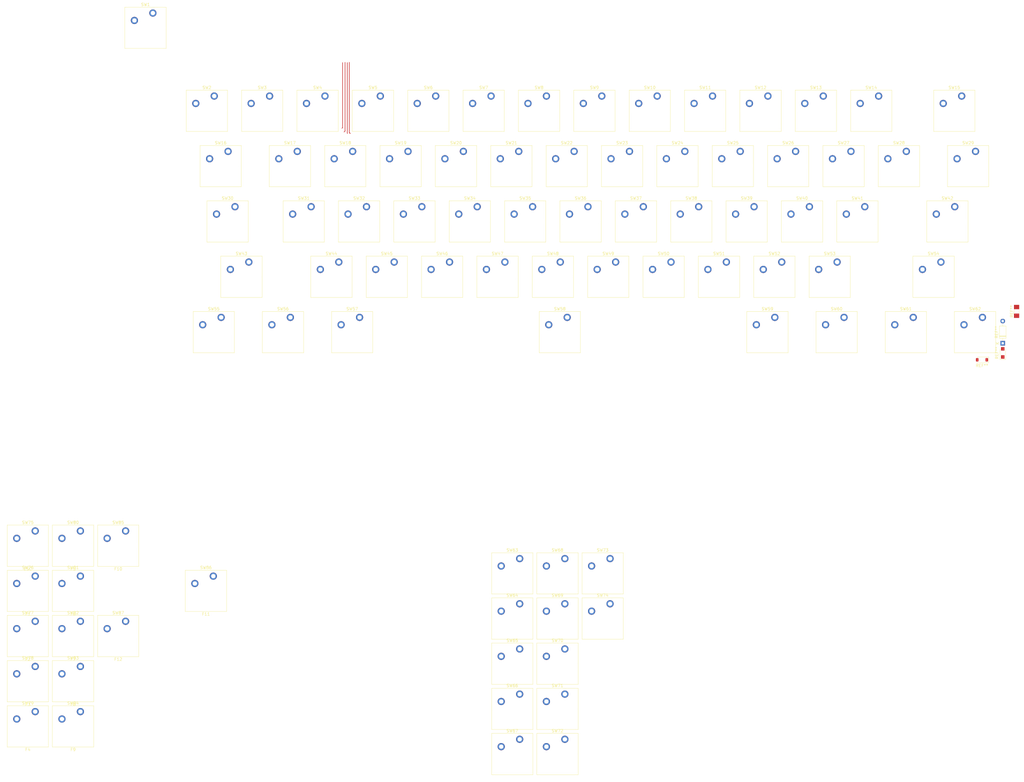
<source format=kicad_pcb>
(kicad_pcb (version 20240108) (generator "pcbnew") (generator_version "8.0")
  (layers (0 "F.Cu" signal) (31 "B.Cu" signal) (34 "B.Paste" user) (35 "F.Paste" user) (36 "B.SilkS" user "B.Silkscreen") (37 "F.SilkS" user "F.Silkscreen") (38 "B.Mask" user) (39 "F.Mask" user) (44 "Edge.Cuts" user))
  (net 0 "")
  (footprint "bk_Switch_Keyboard_Cherry_MX:SW_Cherry_MX_PCB_1.25u" (layer "F.Cu") (at 78.58125 152.4)
    (property "Reference" "SW55")
    (property "Value" "1.25U_LCTRL")
  )
  (footprint "bk_Switch_Keyboard_Cherry_MX:SW_Cherry_MX_PCB_1.00u" (layer "F.Cu") (at 30.155 241.48125)
    (property "Reference" "SW81")
    (property "Value" "F6")
  )
  (footprint "bk_Switch_Keyboard_Cherry_MX:SW_Cherry_MX_PCB_1.00u" (layer "F.Cu") (at 280.9875 114.3)
    (property "Reference" "SW40")
    (property "Value" "1.0U_:")
  )
  (footprint "bk_Switch_Keyboard_Cherry_MX:SW_Cherry_MX_PCB_1.00u" (layer "F.Cu") (at 212.3925 251.00625)
    (property "Reference" "SW74")
    (property "Value" "1.0U_5")
  )
  (footprint "bk_Switch_Keyboard_Cherry_MX:SW_Cherry_MX_PCB_1.00u" (layer "F.Cu") (at 196.8425 297.65625)
    (property "Reference" "SW72")
    (property "Value" "1.0U_3")
  )
  (footprint "bk_Switch_Keyboard_Cherry_MX:SW_Cherry_MX_PCB_1.00u" (layer "F.Cu") (at 55.08625 47.625)
    (property "Reference" "SW1")
    (property "Value" "1.0U_ESC")
  )
  (footprint "bk_Switch_Keyboard_Cherry_MX:SW_Cherry_MX_PCB_1.00u" (layer "F.Cu") (at 212.3925 235.45625)
    (property "Reference" "SW73")
    (property "Value" "1.0U_4")
  )
  (footprint "bk_Switch_Keyboard_Cherry_MX:SW_Cherry_MX_PCB_2.75u" (layer "F.Cu") (at 326.23125 133.35)
    (property "Reference" "SW54")
    (property "Value" "2.75U_RSHIFT")
  )
  (footprint "bk_Switch_Keyboard_Cherry_MX:SW_Cherry_MX_PCB_1.75u" (layer "F.Cu") (at 83.34375 114.3)
    (property "Reference" "SW30")
    (property "Value" "1.75U_CAPS")
  )
  (footprint "Diode_THT:D_DO-35_SOD27_P7.62mm_Horizontal" (layer "F.Cu") (at 350.04375 156.21 90)
    (property "Reference" "REF**")
    (property "Value" "D_DO-35_SOD27_P7.62mm_Horizontal")
  )
  (footprint "bk_Switch_Keyboard_Cherry_MX:SW_Cherry_MX_PCB_1.00u" (layer "F.Cu") (at 14.605 225.93125)
    (property "Reference" "SW75")
    (property "Value" "ESC")
  )
  (footprint "bk_Switch_Keyboard_Cherry_MX:SW_Cherry_MX_PCB_1.00u" (layer "F.Cu") (at 147.6375 114.3)
    (property "Reference" "SW33")
    (property "Value" "1.0U_D")
  )
  (footprint "bk_Switch_Keyboard_Cherry_MX:SW_Cherry_MX_PCB_1.00u" (layer "F.Cu") (at 314.325 95.25)
    (property "Reference" "SW28")
    (property "Value" "1.0U_]")
  )
  (footprint "bk_Switch_Keyboard_Cherry_MX:SW_Cherry_MX_PCB_1.00u" (layer "F.Cu") (at 252.4125 133.35)
    (property "Reference" "SW51")
    (property "Value" "1.0U_<")
  )
  (footprint "bk_Switch_Keyboard_Cherry_MX:SW_Cherry_MX_PCB_1.25u" (layer "F.Cu") (at 340.51875 152.4)
    (property "Reference" "SW62")
    (property "Value" "1.25U_RCTRL")
  )
  (footprint "bk_Switch_Keyboard_Cherry_MX:SW_Cherry_MX_PCB_2.25u" (layer "F.Cu") (at 330.99375 114.3)
    (property "Reference" "SW42")
    (property "Value" "2.25U_ENTER")
  )
  (footprint "bk_Switch_Keyboard_Cherry_MX:SW_Cherry_MX_PCB_1.00u" (layer "F.Cu") (at 242.8875 114.3)
    (property "Reference" "SW38")
    (property "Value" "1.0U_K")
  )
  (footprint "bk_Switch_Keyboard_Cherry_MX:SW_Cherry_MX_PCB_1.00u" (layer "F.Cu") (at 300.0375 114.3)
    (property "Reference" "SW41")
    (property "Value" "1.0U_\"")
  )
  (footprint "bk_Switch_Keyboard_Cherry_MX:SW_Cherry_MX_PCB_1.00u" (layer "F.Cu") (at 219.075 95.25)
    (property "Reference" "SW23")
    (property "Value" "1.0U_U")
  )
  (footprint "bk_Switch_Keyboard_Cherry_MX:SW_Cherry_MX_PCB_1.25u" (layer "F.Cu") (at 292.89375 152.4)
    (property "Reference" "SW60")
    (property "Value" "1.25U_RGUI")
  )
  (footprint "bk_Switch_Keyboard_Cherry_MX:SW_Cherry_MX_PCB_1.00u" (layer "F.Cu") (at 196.8425 282.10625)
    (property "Reference" "SW71")
    (property "Value" "1.0U_2")
  )
  (footprint "bk_Switch_Keyboard_Cherry_MX:SW_Cherry_MX_PCB_1.00u" (layer "F.Cu") (at 204.7875 114.3)
    (property "Reference" "SW36")
    (property "Value" "1.0U_H")
  )
  (footprint "Diode_SMD:D_SOD-123" (layer "F.Cu") (at 342.9 161.925 180)
    (property "Reference" "REF**")
    (property "Value" "D_SOD-123")
  )
  (footprint "bk_Switch_Keyboard_Cherry_MX:SW_Cherry_MX_PCB_1.25u" (layer "F.Cu") (at 102.39375 152.4)
    (property "Reference" "SW56")
    (property "Value" "1.25U_LGUI")
  )
  (footprint "bk_Switch_Keyboard_Cherry_MX:SW_Cherry_MX_PCB_1.00u" (layer "F.Cu") (at 14.605 241.48125)
    (property "Reference" "SW76")
    (property "Value" "F1")
  )
  (footprint "bk_Switch_Keyboard_Cherry_MX:SW_Cherry_MX_PCB_1.00u" (layer "F.Cu") (at 200.025 95.25)
    (property "Reference" "SW22")
    (property "Value" "1.0U_Y")
  )
  (footprint "bk_Switch_Keyboard_Cherry_MX:SW_Cherry_MX_PCB_1.00u" (layer "F.Cu") (at 276.225 95.25)
    (property "Reference" "SW26")
    (property "Value" "1.0U_P")
  )
  (footprint "bk_Switch_Keyboard_Cherry_MX:SW_Cherry_MX_PCB_1.00u" (layer "F.Cu") (at 223.8375 114.3)
    (property "Reference" "SW37")
    (property "Value" "1.0U_J")
  )
  (footprint "bk_Switch_Keyboard_Cherry_MX:SW_Cherry_MX_PCB_1.00u" (layer "F.Cu") (at 180.975 95.25)
    (property "Reference" "SW21")
    (property "Value" "1.0U_T")
  )
  (footprint "bk_Switch_Keyboard_Cherry_MX:SW_Cherry_MX_PCB_1.00u" (layer "F.Cu") (at 196.8425 235.45625)
    (property "Reference" "SW68")
    (property "Value" "1.0U_3")
  )
  (footprint "bk_Switch_Keyboard_Cherry_MX:SW_Cherry_MX_PCB_1.00u" (layer "F.Cu") (at 228.6 76.2)
    (property "Reference" "SW10")
    (property "Value" "1.0U_8")
  )
  (footprint "bk_Switch_Keyboard_Cherry_MX:SW_Cherry_MX_PCB_1.00u" (layer "F.Cu") (at 128.5875 114.3)
    (property "Reference" "SW32")
    (property "Value" "1.0U_S")
  )
  (footprint "bk_Switch_Keyboard_Cherry_MX:SW_Cherry_MX_PCB_1.00u" (layer "F.Cu") (at 95.25 76.2)
    (property "Reference" "SW3")
    (property "Value" "1.0U_1")
  )
  (footprint "bk_Switch_Keyboard_Cherry_MX:SW_Cherry_MX_PCB_1.00u" (layer "F.Cu") (at 285.75 76.2)
    (property "Reference" "SW13")
    (property "Value" "1.0U_-")
  )
  (footprint "bk_Switch_Keyboard_Cherry_MX:SW_Cherry_MX_PCB_1.00u" (layer "F.Cu") (at 181.2925 235.45625)
    (property "Reference" "SW63")
    (property "Value" "1.0U_F1")
  )
  (footprint "bk_Switch_Keyboard_Cherry_MX:SW_Cherry_MX_PCB_1.00u" (layer "F.Cu") (at 196.8425 251.00625)
    (property "Reference" "SW69")
    (property "Value" "1.0U_4")
  )
  (footprint "bk_Switch_Keyboard_Cherry_MX:SW_Cherry_MX_PCB_1.00u" (layer "F.Cu") (at 45.705 225.93125)
    (property "Reference" "SW85")
    (property "Value" "F10")
  )
  (footprint "bk_Switch_Keyboard_Cherry_MX:SW_Cherry_MX_PCB_1.00u" (layer "F.Cu") (at 247.65 76.2)
    (property "Reference" "SW11")
    (property "Value" "1.0U_9")
  )
  (footprint "bk_Switch_Keyboard_Cherry_MX:SW_Cherry_MX_PCB_1.00u" (layer "F.Cu") (at 30.155 272.58125)
    (property "Reference" "SW83")
    (property "Value" "F8")
  )
  (footprint "bk_Switch_Keyboard_Cherry_MX:SW_Cherry_MX_PCB_1.00u" (layer "F.Cu") (at 185.7375 114.3)
    (property "Reference" "SW35")
    (property "Value" "1.0U_G")
  )
  (footprint "bk_Switch_Keyboard_Cherry_MX:SW_Cherry_MX_PCB_1.00u" (layer "F.Cu") (at 119.0625 133.35)
    (property "Reference" "SW44")
    (property "Value" "1.0U_Z")
  )
  (footprint "bk_Switch_Keyboard_Cherry_MX:SW_Cherry_MX_PCB_1.00u" (layer "F.Cu") (at 181.2925 251.00625)
    (property "Reference" "SW64")
    (property "Value" "1.0U_F2")
  )
  (footprint "bk_Switch_Keyboard_Cherry_MX:SW_Cherry_MX_PCB_1.50u" (layer "F.Cu") (at 338.1375 95.25)
    (property "Reference" "SW29")
    (property "Value" "1.5U_\\")
  )
  (footprint "bk_Switch_Keyboard_Cherry_MX:SW_Cherry_MX_PCB_1.00u" (layer "F.Cu") (at 109.5375 114.3)
    (property "Reference" "SW31")
    (property "Value" "1.0U_A")
  )
  (footprint "bk_Switch_Keyboard_Cherry_MX:SW_Cherry_MX_PCB_1.00u" (layer "F.Cu") (at 238.125 95.25)
    (property "Reference" "SW24")
    (property "Value" "1.0U_I")
  )
  (footprint "bk_Switch_Keyboard_Cherry_MX:SW_Cherry_MX_PCB_6.25u" (layer "F.Cu") (at 197.64375 152.4)
    (property "Reference" "SW58")
    (property "Value" "6.25U_SPACE")
  )
  (footprint "bk_Switch_Keyboard_Cherry_MX:SW_Cherry_MX_PCB_1.00u" (layer "F.Cu") (at 75.8825 241.48125)
    (property "Reference" "SW86")
    (property "Value" "F11")
  )
  (footprint "bk_Switch_Keyboard_Cherry_MX:SW_Cherry_MX_PCB_1.00u" (layer "F.Cu") (at 176.2125 133.35)
    (property "Reference" "SW47")
    (property "Value" "1.0U_V")
  )
  (footprint "bk_Switch_Keyboard_Cherry_MX:SW_Cherry_MX_PCB_1.50u" (layer "F.Cu") (at 80.9625 95.25)
    (property "Reference" "SW16")
    (property "Value" "1.5U_Tab")
  )
  (footprint "bk_Switch_Keyboard_Cherry_MX:SW_Cherry_MX_PCB_1.00u" (layer "F.Cu") (at 195.2625 133.35)
    (property "Reference" "SW48")
    (property "Value" "1.0U_B")
  )
  (footprint "bk_Switch_Keyboard_Cherry_MX:SW_Cherry_MX_PCB_1.00u" (layer "F.Cu") (at 138.1125 133.35)
    (property "Reference" "SW45")
    (property "Value" "1.0U_X")
  )
  (footprint "bk_Switch_Keyboard_Cherry_MX:SW_Cherry_MX_PCB_1.00u" (layer "F.Cu") (at 181.2925 282.10625)
    (property "Reference" "SW66")
    (property "Value" "1.0U_5")
  )
  (footprint "bk_Switch_Keyboard_Cherry_MX:SW_Cherry_MX_PCB_1.00u" (layer "F.Cu") (at 295.275 95.25)
    (property "Reference" "SW27")
    (property "Value" "1.0U_[")
  )
  (footprint "bk_Switch_Keyboard_Cherry_MX:SW_Cherry_MX_PCB_1.00u" (layer "F.Cu") (at 261.9375 114.3)
    (property "Reference" "SW39")
    (property "Value" "1.0U_L")
  )
  (footprint "bk_Switch_Keyboard_Cherry_MX:SW_Cherry_MX_PCB_1.00u" (layer "F.Cu") (at 133.35 76.2)
    (property "Reference" "SW5")
    (property "Value" "1.0U_3")
  )
  (footprint "bk_Switch_Keyboard_Cherry_MX:SW_Cherry_MX_PCB_1.25u" (layer "F.Cu") (at 126.20625 152.4)
    (property "Reference" "SW57")
    (property "Value" "1.25U_LALT")
  )
  (footprint "bk_Switch_Keyboard_Cherry_MX:SW_Cherry_MX_PCB_1.00u" (layer "F.Cu") (at 271.4625 133.35)
    (property "Reference" "SW52")
    (property "Value" "1.0U_>")
  )
  (footprint "bk_Switch_Keyboard_Cherry_MX:SW_Cherry_MX_PCB_1.00u" (layer "F.Cu") (at 257.175 95.25)
    (property "Reference" "SW25")
    (property "Value" "1.0U_O")
  )
  (footprint "bk_Switch_Keyboard_Cherry_MX:SW_Cherry_MX_PCB_1.25u" (layer "F.Cu") (at 316.70625 152.4)
    (property "Reference" "SW61")
    (property "Value" "1.25U_RMENU")
  )
  (footprint "bk_Switch_Keyboard_Cherry_MX:SW_Cherry_MX_PCB_1.00u" (layer "F.Cu") (at 142.875 95.25)
    (property "Reference" "SW19")
    (property "Value" "1.0U_E")
  )
  (footprint "bk_Switch_Keyboard_Cherry_MX:SW_Cherry_MX_PCB_1.00u" (layer "F.Cu") (at 30.155 288.13125)
    (property "Reference" "SW84")
    (property "Value" "F9")
  )
  (footprint "Diode_SMD:Nexperia_CFP3_SOD-123W" (layer "F.Cu") (at 350.04375 159.54375 90)
    (property "Reference" "REF**")
    (property "Value" "Nexperia_CFP3_SOD-123W")
  )
  (footprint "bk_Switch_Keyboard_Cherry_MX:SW_Cherry_MX_PCB_1.00u" (layer "F.Cu") (at 190.5 76.2)
    (property "Reference" "SW8")
    (property "Value" "1.0U_6")
  )
  (footprint "bk_Switch_Keyboard_Cherry_MX:SW_Cherry_MX_PCB_1.00u" (layer "F.Cu") (at 181.2925 297.65625)
    (property "Reference" "SW67")
    (property "Value" "1.0U_2")
  )
  (footprint "bk_Switch_Keyboard_Cherry_MX:SW_Cherry_MX_PCB_1.00u" (layer "F.Cu") (at 171.45 76.2)
    (property "Reference" "SW7")
    (property "Value" "1.0U_5")
  )
  (footprint "bk_Switch_Keyboard_Cherry_MX:SW_Cherry_MX_PCB_1.00u" (layer "F.Cu") (at 214.3125 133.35)
    (property "Reference" "SW49")
    (property "Value" "1.0U_N")
  )
  (footprint "bk_Switch_Keyboard_Cherry_MX:SW_Cherry_MX_PCB_1.00u" (layer "F.Cu") (at 304.8 76.2)
    (property "Reference" "SW14")
    (property "Value" "1.0U_=")
  )
  (footprint "bk_Switch_Keyboard_Cherry_MX:SW_Cherry_MX_PCB_1.00u" (layer "F.Cu") (at 76.2 76.2)
    (property "Reference" "SW2")
    (property "Value" "1.0U_~")
  )
  (footprint "bk_Switch_Keyboard_Cherry_MX:SW_Cherry_MX_PCB_1.00u" (layer "F.Cu") (at 114.3 76.2)
    (property "Reference" "SW4")
    (property "Value" "1.0U_2")
  )
  (footprint "bk_Switch_Keyboard_Cherry_MX:SW_Cherry_MX_PCB_1.00u" (layer "F.Cu") (at 30.155 257.03125)
    (property "Reference" "SW82")
    (property "Value" "F7")
  )
  (footprint "bk_Switch_Keyboard_Cherry_MX:SW_Cherry_MX_PCB_1.00u" (layer "F.Cu") (at 104.775 95.25)
    (property "Reference" "SW17")
    (property "Value" "1.0U_Q")
  )
  (footprint "bk_Switch_Keyboard_Cherry_MX:SW_Cherry_MX_PCB_1.25u" (layer "F.Cu") (at 269.08125 152.4)
    (property "Reference" "SW59")
    (property "Value" "1.25U_RALT")
  )
  (footprint "bk_Switch_Keyboard_Cherry_MX:SW_Cherry_MX_PCB_1.00u" (layer "F.Cu") (at 161.925 95.25)
    (property "Reference" "SW20")
    (property "Value" "1.0U_R")
  )
  (footprint "bk_Switch_Keyboard_Cherry_MX:SW_Cherry_MX_PCB_2.25u" (layer "F.Cu") (at 88.10625 133.35)
    (property "Reference" "SW43")
    (property "Value" "2.25U_LSHIFT")
  )
  (footprint "bk_Switch_Keyboard_Cherry_MX:SW_Cherry_MX_PCB_1.00u" (layer "F.Cu") (at 166.6875 114.3)
    (property "Reference" "SW34")
    (property "Value" "1.0U_F")
  )
  (footprint "bk_Switch_Keyboard_Cherry_MX:SW_Cherry_MX_PCB_1.00u" (layer "F.Cu") (at 266.7 76.2)
    (property "Reference" "SW12")
    (property "Value" "1.0U_0")
  )
  (footprint "bk_Switch_Keyboard_Cherry_MX:SW_Cherry_MX_PCB_1.00u" (layer "F.Cu") (at 157.1625 133.35)
    (property "Reference" "SW46")
    (property "Value" "1.0U_C")
  )
  (footprint "bk_Switch_Keyboard_Cherry_MX:SW_Cherry_MX_PCB_1.00u" (layer "F.Cu") (at 152.4 76.2)
    (property "Reference" "SW6")
    (property "Value" "1.0U_4")
  )
  (footprint "bk_Switch_Keyboard_Cherry_MX:SW_Cherry_MX_PCB_1.00u" (layer "F.Cu") (at 30.155 225.93125)
    (property "Reference" "SW80")
    (property "Value" "F5")
  )
  (footprint "bk_Switch_Keyboard_Cherry_MX:SW_Cherry_MX_PCB_1.00u" (layer "F.Cu") (at 290.5125 133.35)
    (property "Reference" "SW53")
    (property "Value" "1.0U_?")
  )
  (footprint "bk_Switch_Keyboard_Cherry_MX:SW_Cherry_MX_PCB_1.00u" (layer "F.Cu") (at 14.605 257.03125)
    (property "Reference" "SW77")
    (property "Value" "F2")
  )
  (footprint "bk_Switch_Keyboard_Cherry_MX:SW_Cherry_MX_PCB_2.00u" (layer "F.Cu") (at 333.375 76.2)
    (property "Reference" "SW15")
    (property "Value" "2.0U_Back")
  )
  (footprint "bk_Switch_Keyboard_Cherry_MX:SW_Cherry_MX_PCB_1.00u" (layer "F.Cu") (at 196.8425 266.55625)
    (property "Reference" "SW70")
    (property "Value" "1.0U_5")
  )
  (footprint "bk_Switch_Keyboard_Cherry_MX:SW_Cherry_MX_PCB_1.00u" (layer "F.Cu") (at 123.825 95.25)
    (property "Reference" "SW18")
    (property "Value" "1.0U_W")
  )
  (footprint "bk_Switch_Keyboard_Cherry_MX:SW_Cherry_MX_PCB_1.00u" (layer "F.Cu") (at 14.605 272.58125)
    (property "Reference" "SW78")
    (property "Value" "F3")
  )
  (footprint "bk_Switch_Keyboard_Cherry_MX:SW_Cherry_MX_PCB_1.00u" (layer "F.Cu") (at 209.55 76.2)
    (property "Reference" "SW9")
    (property "Value" "1.0U_7")
  )
  (footprint "bk_Switch_Keyboard_Cherry_MX:SW_Cherry_MX_PCB_1.00u" (layer "F.Cu") (at 233.3625 133.35)
    (property "Reference" "SW50")
    (property "Value" "1.0U_M")
  )
  (footprint "Resistor_SMD:R_MiniMELF_MMA-0204" (layer "F.Cu") (at 354.80625 145.25625 90)
    (property "Reference" "REF**")
    (property "Value" "R_MiniMELF_MMA-0204")
  )
  (footprint "bk_Switch_Keyboard_Cherry_MX:SW_Cherry_MX_PCB_1.00u" (layer "F.Cu") (at 45.705 257.03125)
    (property "Reference" "SW87")
    (property "Value" "F12")
  )
  (footprint "bk_Switch_Keyboard_Cherry_MX:SW_Cherry_MX_PCB_1.00u" (layer "F.Cu") (at 181.2925 266.55625)
    (property "Reference" "SW65")
    (property "Value" "1.0U_4")
  )
  (footprint "bk_Switch_Keyboard_Cherry_MX:SW_Cherry_MX_PCB_1.00u" (layer "F.Cu") (at 14.605 288.13125)
    (property "Reference" "SW79")
    (property "Value" "F4")
  )
  (segment (start 123.7488 83.1596) (end 123.4186 83.4898) (width 0.2) (layer "F.Cu") (net 0))
  (segment (start 125.1966 59.5122) (end 125.1966 83.6676) (width 0.2) (layer "F.Cu") (net 0))
  (segment (start 125.1966 83.6676) (end 125.3236 83.7946) (width 0.2) (layer "F.Cu") (net 0))
  (segment (start 125.476 83.947) (end 125.476 84.0486) (width 0.2) (layer "F.Cu") (net 0))
  (segment (start 123.7488 59.5122) (end 123.7488 83.1596) (width 0.2) (layer "F.Cu") (net 0))
  (segment (start 122.9106 81.9912) (end 122.682 82.2198) (width 0.2) (layer "F.Cu") (net 0))
  (segment (start 125.3236 83.7946) (end 125.476 83.947) (width 0.2) (layer "F.Cu") (net 0))
  (segment (start 124.5108 59.6138) (end 124.5108 83.9216) (width 0.2) (layer "F.Cu") (net 0))
  (segment (start 122.9106 59.6138) (end 122.9106 81.9912) (width 0.2) (layer "F.Cu") (net 0))
  (segment (start 124.5108 83.9216) (end 124.587 83.9978) (width 0.2) (layer "F.Cu") (net 0))
)
</source>
